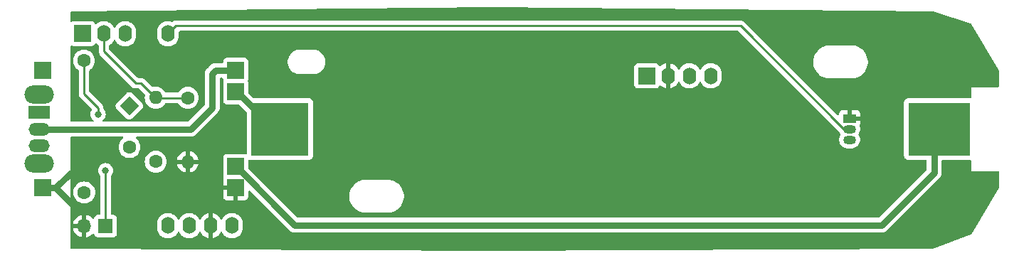
<source format=gbr>
%TF.GenerationSoftware,KiCad,Pcbnew,8.0.1*%
%TF.CreationDate,2024-06-06T13:27:33-04:00*%
%TF.ProjectId,PillPCB,50696c6c-5043-4422-9e6b-696361645f70,rev?*%
%TF.SameCoordinates,Original*%
%TF.FileFunction,Copper,L1,Top*%
%TF.FilePolarity,Positive*%
%FSLAX46Y46*%
G04 Gerber Fmt 4.6, Leading zero omitted, Abs format (unit mm)*
G04 Created by KiCad (PCBNEW 8.0.1) date 2024-06-06 13:27:33*
%MOMM*%
%LPD*%
G01*
G04 APERTURE LIST*
G04 Aperture macros list*
%AMHorizOval*
0 Thick line with rounded ends*
0 $1 width*
0 $2 $3 position (X,Y) of the first rounded end (center of the circle)*
0 $4 $5 position (X,Y) of the second rounded end (center of the circle)*
0 Add line between two ends*
20,1,$1,$2,$3,$4,$5,0*
0 Add two circle primitives to create the rounded ends*
1,1,$1,$2,$3*
1,1,$1,$4,$5*%
%AMRotRect*
0 Rectangle, with rotation*
0 The origin of the aperture is its center*
0 $1 length*
0 $2 width*
0 $3 Rotation angle, in degrees counterclockwise*
0 Add horizontal line*
21,1,$1,$2,0,0,$3*%
G04 Aperture macros list end*
%TA.AperFunction,SMDPad,CuDef*%
%ADD10R,6.885000X6.350000*%
%TD*%
%TA.AperFunction,SMDPad,CuDef*%
%ADD11R,7.340000X6.350000*%
%TD*%
%TA.AperFunction,ComponentPad*%
%ADD12R,1.700000X1.700000*%
%TD*%
%TA.AperFunction,ComponentPad*%
%ADD13O,1.700000X1.700000*%
%TD*%
%TA.AperFunction,ComponentPad*%
%ADD14O,3.500000X2.200000*%
%TD*%
%TA.AperFunction,ComponentPad*%
%ADD15R,2.500000X1.500000*%
%TD*%
%TA.AperFunction,ComponentPad*%
%ADD16O,2.500000X1.500000*%
%TD*%
%TA.AperFunction,ComponentPad*%
%ADD17C,1.600000*%
%TD*%
%TA.AperFunction,ComponentPad*%
%ADD18O,1.600000X1.600000*%
%TD*%
%TA.AperFunction,ComponentPad*%
%ADD19HorizOval,1.600000X0.000000X0.000000X0.000000X0.000000X0*%
%TD*%
%TA.AperFunction,ComponentPad*%
%ADD20R,2.000000X2.000000*%
%TD*%
%TA.AperFunction,ComponentPad*%
%ADD21RotRect,1.600000X1.600000X135.000000*%
%TD*%
%TA.AperFunction,ComponentPad*%
%ADD22HorizOval,1.600000X0.000000X0.000000X0.000000X0.000000X0*%
%TD*%
%TA.AperFunction,ComponentPad*%
%ADD23R,1.500000X1.050000*%
%TD*%
%TA.AperFunction,ComponentPad*%
%ADD24O,1.500000X1.050000*%
%TD*%
%TA.AperFunction,ComponentPad*%
%ADD25O,1.600000X2.000000*%
%TD*%
%TA.AperFunction,ViaPad*%
%ADD26C,0.800000*%
%TD*%
%TA.AperFunction,Conductor*%
%ADD27C,0.750000*%
%TD*%
%TA.AperFunction,Conductor*%
%ADD28C,0.250000*%
%TD*%
G04 APERTURE END LIST*
D10*
%TO.P,BAT1,1,+*%
%TO.N,Net-(BAT1-+)*%
X85897500Y-94615000D03*
D11*
%TO.P,BAT1,2,-*%
%TO.N,Net-(BAT1--)*%
X164330000Y-94615000D03*
%TD*%
D12*
%TO.P,J1,1,Pin_1*%
%TO.N,Net-(D1-A)*%
X65151000Y-106172000D03*
D13*
%TO.P,J1,2,Pin_2*%
%TO.N,GND*%
X62611000Y-106172000D03*
%TD*%
D14*
%TO.P,SW1,*%
%TO.N,*%
X57245000Y-90515000D03*
X57245000Y-98715000D03*
D15*
%TO.P,SW1,1,A*%
%TO.N,unconnected-(SW1-A-Pad1)*%
X57245000Y-92615000D03*
D16*
%TO.P,SW1,2,B*%
%TO.N,Net-(SW1-B)*%
X57245000Y-94615000D03*
%TO.P,SW1,3,C*%
%TO.N,VCC*%
X57245000Y-96615000D03*
%TD*%
D17*
%TO.P,R3,1*%
%TO.N,Net-(U1-A0)*%
X74930000Y-90900000D03*
D18*
%TO.P,R3,2*%
%TO.N,GND*%
X74930000Y-98520000D03*
%TD*%
D17*
%TO.P,R2,1*%
%TO.N,VCC*%
X71120000Y-98500000D03*
D18*
%TO.P,R2,2*%
%TO.N,Net-(U1-A0)*%
X71120000Y-90880000D03*
%TD*%
D17*
%TO.P,R1,1*%
%TO.N,VCC*%
X62613371Y-102162154D03*
D19*
%TO.P,R1,2*%
%TO.N,Net-(U1-MISO{slash}D6)*%
X68001525Y-96774000D03*
%TD*%
D20*
%TO.P,U2,1,+IN*%
%TO.N,unconnected-(U2-+IN-Pad1)*%
X57645000Y-87630000D03*
%TO.P,U2,2,-IN*%
%TO.N,GND*%
X57645000Y-101630000D03*
%TO.P,U2,3,OUT+*%
%TO.N,Net-(SW1-B)*%
X80645000Y-87630000D03*
%TO.P,U2,4,OUT-*%
%TO.N,GND*%
X80645000Y-101630000D03*
%TO.P,U2,5,B+*%
%TO.N,Net-(BAT1-+)*%
X80645000Y-90170000D03*
%TO.P,U2,6,B-*%
%TO.N,Net-(BAT1--)*%
X80645000Y-99090000D03*
%TD*%
D21*
%TO.P,D1,1,K*%
%TO.N,Net-(D1-K)*%
X67972077Y-91848077D03*
D22*
%TO.P,D1,2,A*%
%TO.N,Net-(D1-A)*%
X62583923Y-86459923D03*
%TD*%
D23*
%TO.P,U4,1,GND*%
%TO.N,GND*%
X153670000Y-93350000D03*
D24*
%TO.P,U4,2,DQ*%
%TO.N,Net-(U1-MISO{slash}D6)*%
X153670000Y-94620000D03*
%TO.P,U4,3,V_{DD}*%
%TO.N,VCC*%
X153670000Y-95890000D03*
%TD*%
D20*
%TO.P,U1,1,~{RST}*%
%TO.N,Net-(D1-A)*%
X62420000Y-83260000D03*
D25*
%TO.P,U1,2,A0*%
%TO.N,Net-(U1-A0)*%
X64960000Y-83260000D03*
%TO.P,U1,3,D0*%
%TO.N,Net-(D1-K)*%
X67500000Y-83260000D03*
%TO.P,U1,5,MISO/D6*%
%TO.N,Net-(U1-MISO{slash}D6)*%
X72580000Y-83260000D03*
%TO.P,U1,9,5V*%
%TO.N,VCC*%
X80200000Y-106120000D03*
%TO.P,U1,10,GND*%
%TO.N,GND*%
X77660000Y-106120000D03*
%TO.P,U1,11,D4*%
%TO.N,Net-(U1-D4)*%
X75120000Y-106120000D03*
%TO.P,U1,12,D3*%
%TO.N,Net-(U1-D3)*%
X72580000Y-106120000D03*
%TD*%
D20*
%TO.P,U3,1,VCC*%
%TO.N,VCC*%
X129540000Y-88265000D03*
D25*
%TO.P,U3,2,GND*%
%TO.N,GND*%
X132080000Y-88265000D03*
%TO.P,U3,3,SCL*%
%TO.N,Net-(U1-D4)*%
X134620000Y-88265000D03*
%TO.P,U3,4,SDA*%
%TO.N,Net-(U1-D3)*%
X137160000Y-88265000D03*
%TD*%
D26*
%TO.N,Net-(D1-A)*%
X65151000Y-99568000D03*
X64262000Y-92837000D03*
%TO.N,GND*%
X153035000Y-104140000D03*
X153035000Y-107696000D03*
X106680000Y-104140000D03*
X121920000Y-107823000D03*
X92710000Y-107823000D03*
X106680000Y-107823000D03*
X85344000Y-101092000D03*
X92710000Y-104140000D03*
X121920000Y-104140000D03*
X82804000Y-103632000D03*
%TD*%
D27*
%TO.N,Net-(SW1-B)*%
X77851000Y-92075000D02*
X75296828Y-94629172D01*
X77851000Y-88011000D02*
X77851000Y-92075000D01*
X78232000Y-87630000D02*
X77851000Y-88011000D01*
X75296828Y-94629172D02*
X57259172Y-94629172D01*
X80645000Y-87630000D02*
X78232000Y-87630000D01*
X57259172Y-94629172D02*
X57245000Y-94615000D01*
%TO.N,GND*%
X57645000Y-101630000D02*
X59212000Y-101630000D01*
%TO.N,Net-(BAT1-+)*%
X80772000Y-90170000D02*
X85217000Y-94615000D01*
%TO.N,Net-(BAT1--)*%
X163730000Y-99795000D02*
X163730000Y-94615000D01*
X80693597Y-99090000D02*
X87648597Y-106045000D01*
X87648597Y-106045000D02*
X157480000Y-106045000D01*
X80264000Y-99090000D02*
X80693597Y-99090000D01*
X157480000Y-106045000D02*
X163730000Y-99795000D01*
D28*
%TO.N,Net-(D1-A)*%
X64262000Y-92075000D02*
X62583923Y-90396923D01*
X64262000Y-92837000D02*
X64262000Y-92075000D01*
X62583923Y-90396923D02*
X62583923Y-86459923D01*
X65151000Y-99568000D02*
X65151000Y-106172000D01*
X62420000Y-83400000D02*
X62420000Y-83260000D01*
X62420000Y-83260000D02*
X62230000Y-83450000D01*
D27*
%TO.N,GND*%
X61214000Y-103632000D02*
X59212000Y-101630000D01*
X59212000Y-101630000D02*
X61020000Y-99822000D01*
X61020000Y-99822000D02*
X61468000Y-99822000D01*
D28*
%TO.N,Net-(U1-MISO{slash}D6)*%
X72580000Y-83260000D02*
X73544000Y-82296000D01*
X140691000Y-82296000D02*
X153015000Y-94620000D01*
X153015000Y-94620000D02*
X153670000Y-94620000D01*
X73544000Y-82296000D02*
X140691000Y-82296000D01*
%TO.N,Net-(U1-A0)*%
X71140000Y-90900000D02*
X69394000Y-89154000D01*
X69394000Y-89154000D02*
X68746500Y-89154000D01*
X74930000Y-90900000D02*
X71140000Y-90900000D01*
X64960000Y-85367500D02*
X64960000Y-83260000D01*
X68746500Y-89154000D02*
X64960000Y-85367500D01*
%TD*%
%TA.AperFunction,Conductor*%
%TO.N,GND*%
G36*
X79087540Y-88525185D02*
G01*
X79133295Y-88577989D01*
X79144501Y-88629500D01*
X79144501Y-88677876D01*
X79150908Y-88737483D01*
X79195361Y-88856667D01*
X79200345Y-88926359D01*
X79195361Y-88943333D01*
X79150908Y-89062517D01*
X79144501Y-89122116D01*
X79144501Y-89122123D01*
X79144500Y-89122135D01*
X79144500Y-91217870D01*
X79144501Y-91217876D01*
X79150908Y-91277483D01*
X79201202Y-91412328D01*
X79201206Y-91412335D01*
X79287452Y-91527544D01*
X79287455Y-91527547D01*
X79402664Y-91613793D01*
X79402671Y-91613797D01*
X79537517Y-91664091D01*
X79537516Y-91664091D01*
X79544444Y-91664835D01*
X79597127Y-91670500D01*
X80982993Y-91670499D01*
X81050032Y-91690184D01*
X81070674Y-91706818D01*
X81918181Y-92554325D01*
X81951666Y-92615648D01*
X81954500Y-92642006D01*
X81954500Y-97492663D01*
X81934815Y-97559702D01*
X81882011Y-97605457D01*
X81812853Y-97615401D01*
X81787167Y-97608845D01*
X81752482Y-97595908D01*
X81752483Y-97595908D01*
X81692883Y-97589501D01*
X81692881Y-97589500D01*
X81692873Y-97589500D01*
X81692864Y-97589500D01*
X79597129Y-97589500D01*
X79597123Y-97589501D01*
X79537516Y-97595908D01*
X79402671Y-97646202D01*
X79402664Y-97646206D01*
X79287455Y-97732452D01*
X79287452Y-97732455D01*
X79201206Y-97847664D01*
X79201202Y-97847671D01*
X79150908Y-97982517D01*
X79144501Y-98042116D01*
X79144500Y-98042135D01*
X79144500Y-100137870D01*
X79144501Y-100137876D01*
X79150908Y-100197483D01*
X79195628Y-100317380D01*
X79200612Y-100387071D01*
X79195628Y-100404046D01*
X79151403Y-100522619D01*
X79151401Y-100522627D01*
X79145000Y-100582155D01*
X79145000Y-101380000D01*
X80211988Y-101380000D01*
X80179075Y-101437007D01*
X80145000Y-101564174D01*
X80145000Y-101695826D01*
X80179075Y-101822993D01*
X80211988Y-101880000D01*
X79145000Y-101880000D01*
X79145000Y-102677844D01*
X79151401Y-102737372D01*
X79151403Y-102737379D01*
X79201645Y-102872086D01*
X79201649Y-102872093D01*
X79287809Y-102987187D01*
X79287812Y-102987190D01*
X79402906Y-103073350D01*
X79402913Y-103073354D01*
X79537620Y-103123596D01*
X79537627Y-103123598D01*
X79597155Y-103129999D01*
X79597172Y-103130000D01*
X80395000Y-103130000D01*
X80395000Y-102063012D01*
X80452007Y-102095925D01*
X80579174Y-102130000D01*
X80710826Y-102130000D01*
X80837993Y-102095925D01*
X80895000Y-102063012D01*
X80895000Y-103130000D01*
X81692828Y-103130000D01*
X81692844Y-103129999D01*
X81752372Y-103123598D01*
X81752379Y-103123596D01*
X81887086Y-103073354D01*
X81887093Y-103073350D01*
X82002187Y-102987190D01*
X82002190Y-102987187D01*
X82088350Y-102872093D01*
X82088354Y-102872086D01*
X82138596Y-102737379D01*
X82138598Y-102737372D01*
X82144999Y-102677844D01*
X82145000Y-102677827D01*
X82145000Y-102078909D01*
X82164685Y-102011870D01*
X82217489Y-101966115D01*
X82286647Y-101956171D01*
X82350203Y-101985196D01*
X82356681Y-101991228D01*
X86968552Y-106603099D01*
X87037453Y-106672000D01*
X87090499Y-106725046D01*
X87233885Y-106820854D01*
X87233898Y-106820861D01*
X87337720Y-106863865D01*
X87393223Y-106886855D01*
X87562363Y-106920499D01*
X87562366Y-106920500D01*
X87562368Y-106920500D01*
X157566231Y-106920500D01*
X157566232Y-106920499D01*
X157735374Y-106886855D01*
X157894705Y-106820858D01*
X158038099Y-106725045D01*
X164410045Y-100353099D01*
X164505858Y-100209705D01*
X164571855Y-100050374D01*
X164605500Y-99881229D01*
X164605500Y-99708771D01*
X164605500Y-98414499D01*
X164625185Y-98347460D01*
X164677989Y-98301705D01*
X164729500Y-98290499D01*
X168026000Y-98290499D01*
X168093039Y-98310184D01*
X168138794Y-98362988D01*
X168150000Y-98414499D01*
X168150000Y-99615000D01*
X171326000Y-99615000D01*
X171393039Y-99634685D01*
X171438794Y-99687489D01*
X171450000Y-99739000D01*
X171450000Y-101566118D01*
X171432772Y-101629172D01*
X168172508Y-107149885D01*
X168121468Y-107197601D01*
X168108443Y-107203245D01*
X163596388Y-108858520D01*
X163554281Y-108866105D01*
X111125597Y-109119997D01*
X111124399Y-109119997D01*
X61083402Y-108878834D01*
X61016459Y-108858826D01*
X60970959Y-108805802D01*
X60960000Y-108754835D01*
X60960000Y-106422000D01*
X61280364Y-106422000D01*
X61337567Y-106635486D01*
X61337570Y-106635492D01*
X61437399Y-106849578D01*
X61572894Y-107043082D01*
X61739917Y-107210105D01*
X61933421Y-107345600D01*
X62147507Y-107445429D01*
X62147516Y-107445433D01*
X62361000Y-107502634D01*
X62361000Y-106605012D01*
X62418007Y-106637925D01*
X62545174Y-106672000D01*
X62676826Y-106672000D01*
X62803993Y-106637925D01*
X62861000Y-106605012D01*
X62861000Y-107502633D01*
X63074483Y-107445433D01*
X63074492Y-107445429D01*
X63288578Y-107345600D01*
X63482078Y-107210108D01*
X63604133Y-107088053D01*
X63665456Y-107054568D01*
X63735148Y-107059552D01*
X63791082Y-107101423D01*
X63807997Y-107132401D01*
X63857202Y-107264328D01*
X63857206Y-107264335D01*
X63943452Y-107379544D01*
X63943455Y-107379547D01*
X64058664Y-107465793D01*
X64058671Y-107465797D01*
X64193517Y-107516091D01*
X64193516Y-107516091D01*
X64200444Y-107516835D01*
X64253127Y-107522500D01*
X66048872Y-107522499D01*
X66108483Y-107516091D01*
X66243331Y-107465796D01*
X66358546Y-107379546D01*
X66444796Y-107264331D01*
X66495091Y-107129483D01*
X66501500Y-107069873D01*
X66501500Y-106422351D01*
X71279500Y-106422351D01*
X71311522Y-106624534D01*
X71374781Y-106819223D01*
X71467715Y-107001613D01*
X71588028Y-107167213D01*
X71732786Y-107311971D01*
X71887749Y-107424556D01*
X71898390Y-107432287D01*
X72014607Y-107491503D01*
X72080776Y-107525218D01*
X72080778Y-107525218D01*
X72080781Y-107525220D01*
X72185137Y-107559127D01*
X72275465Y-107588477D01*
X72376557Y-107604488D01*
X72477648Y-107620500D01*
X72477649Y-107620500D01*
X72682351Y-107620500D01*
X72682352Y-107620500D01*
X72884534Y-107588477D01*
X73079219Y-107525220D01*
X73261610Y-107432287D01*
X73354590Y-107364732D01*
X73427213Y-107311971D01*
X73427215Y-107311968D01*
X73427219Y-107311966D01*
X73571966Y-107167219D01*
X73571968Y-107167215D01*
X73571971Y-107167213D01*
X73692284Y-107001614D01*
X73692286Y-107001611D01*
X73692287Y-107001610D01*
X73739516Y-106908917D01*
X73787489Y-106858123D01*
X73855310Y-106841328D01*
X73921445Y-106863865D01*
X73960483Y-106908917D01*
X74004348Y-106995006D01*
X74007715Y-107001614D01*
X74128028Y-107167213D01*
X74272786Y-107311971D01*
X74427749Y-107424556D01*
X74438390Y-107432287D01*
X74554607Y-107491503D01*
X74620776Y-107525218D01*
X74620778Y-107525218D01*
X74620781Y-107525220D01*
X74725137Y-107559127D01*
X74815465Y-107588477D01*
X74916557Y-107604488D01*
X75017648Y-107620500D01*
X75017649Y-107620500D01*
X75222351Y-107620500D01*
X75222352Y-107620500D01*
X75424534Y-107588477D01*
X75619219Y-107525220D01*
X75801610Y-107432287D01*
X75894590Y-107364732D01*
X75967213Y-107311971D01*
X75967215Y-107311968D01*
X75967219Y-107311966D01*
X76111966Y-107167219D01*
X76111968Y-107167215D01*
X76111971Y-107167213D01*
X76232284Y-107001614D01*
X76232286Y-107001611D01*
X76232287Y-107001610D01*
X76279795Y-106908369D01*
X76327770Y-106857574D01*
X76395591Y-106840779D01*
X76461725Y-106863316D01*
X76500765Y-106908370D01*
X76548140Y-107001349D01*
X76668417Y-107166894D01*
X76668417Y-107166895D01*
X76813104Y-107311582D01*
X76978650Y-107431859D01*
X77160968Y-107524754D01*
X77355578Y-107587988D01*
X77410000Y-107596607D01*
X77410000Y-106553012D01*
X77467007Y-106585925D01*
X77594174Y-106620000D01*
X77725826Y-106620000D01*
X77852993Y-106585925D01*
X77910000Y-106553012D01*
X77910000Y-107596606D01*
X77964421Y-107587988D01*
X78159031Y-107524754D01*
X78341349Y-107431859D01*
X78506894Y-107311582D01*
X78506895Y-107311582D01*
X78651582Y-107166895D01*
X78651582Y-107166894D01*
X78771861Y-107001347D01*
X78819234Y-106908371D01*
X78867208Y-106857575D01*
X78935028Y-106840779D01*
X79001164Y-106863316D01*
X79040203Y-106908369D01*
X79087713Y-107001611D01*
X79208028Y-107167213D01*
X79352786Y-107311971D01*
X79507749Y-107424556D01*
X79518390Y-107432287D01*
X79634607Y-107491503D01*
X79700776Y-107525218D01*
X79700778Y-107525218D01*
X79700781Y-107525220D01*
X79805137Y-107559127D01*
X79895465Y-107588477D01*
X79996557Y-107604488D01*
X80097648Y-107620500D01*
X80097649Y-107620500D01*
X80302351Y-107620500D01*
X80302352Y-107620500D01*
X80504534Y-107588477D01*
X80699219Y-107525220D01*
X80881610Y-107432287D01*
X80974590Y-107364732D01*
X81047213Y-107311971D01*
X81047215Y-107311968D01*
X81047219Y-107311966D01*
X81191966Y-107167219D01*
X81191968Y-107167215D01*
X81191971Y-107167213D01*
X81282156Y-107043082D01*
X81312287Y-107001610D01*
X81405220Y-106819219D01*
X81468477Y-106624534D01*
X81500500Y-106422352D01*
X81500500Y-105817648D01*
X81485018Y-105719901D01*
X81468477Y-105615465D01*
X81405218Y-105420776D01*
X81359515Y-105331080D01*
X81312287Y-105238390D01*
X81304556Y-105227749D01*
X81191971Y-105072786D01*
X81047213Y-104928028D01*
X80881613Y-104807715D01*
X80881612Y-104807714D01*
X80881610Y-104807713D01*
X80824653Y-104778691D01*
X80699223Y-104714781D01*
X80504534Y-104651522D01*
X80329995Y-104623878D01*
X80302352Y-104619500D01*
X80097648Y-104619500D01*
X80073329Y-104623351D01*
X79895465Y-104651522D01*
X79700776Y-104714781D01*
X79518386Y-104807715D01*
X79352786Y-104928028D01*
X79208028Y-105072786D01*
X79087713Y-105238388D01*
X79040203Y-105331630D01*
X78992228Y-105382426D01*
X78924407Y-105399220D01*
X78858272Y-105376682D01*
X78819234Y-105331628D01*
X78771861Y-105238652D01*
X78651582Y-105073105D01*
X78651582Y-105073104D01*
X78506895Y-104928417D01*
X78341349Y-104808140D01*
X78159029Y-104715244D01*
X77964413Y-104652009D01*
X77910000Y-104643390D01*
X77910000Y-105686988D01*
X77852993Y-105654075D01*
X77725826Y-105620000D01*
X77594174Y-105620000D01*
X77467007Y-105654075D01*
X77410000Y-105686988D01*
X77410000Y-104643390D01*
X77355586Y-104652009D01*
X77160970Y-104715244D01*
X76978650Y-104808140D01*
X76813105Y-104928417D01*
X76813104Y-104928417D01*
X76668417Y-105073104D01*
X76668417Y-105073105D01*
X76548140Y-105238650D01*
X76500765Y-105331629D01*
X76452790Y-105382425D01*
X76384969Y-105399220D01*
X76318834Y-105376682D01*
X76279795Y-105331629D01*
X76264148Y-105300920D01*
X76232287Y-105238390D01*
X76224556Y-105227749D01*
X76111971Y-105072786D01*
X75967213Y-104928028D01*
X75801613Y-104807715D01*
X75801612Y-104807714D01*
X75801610Y-104807713D01*
X75744653Y-104778691D01*
X75619223Y-104714781D01*
X75424534Y-104651522D01*
X75249995Y-104623878D01*
X75222352Y-104619500D01*
X75017648Y-104619500D01*
X74993329Y-104623351D01*
X74815465Y-104651522D01*
X74620776Y-104714781D01*
X74438386Y-104807715D01*
X74272786Y-104928028D01*
X74128028Y-105072786D01*
X74007715Y-105238386D01*
X73960485Y-105331080D01*
X73912510Y-105381876D01*
X73844689Y-105398671D01*
X73778554Y-105376134D01*
X73739515Y-105331080D01*
X73738883Y-105329840D01*
X73692287Y-105238390D01*
X73684556Y-105227749D01*
X73571971Y-105072786D01*
X73427213Y-104928028D01*
X73261613Y-104807715D01*
X73261612Y-104807714D01*
X73261610Y-104807713D01*
X73204653Y-104778691D01*
X73079223Y-104714781D01*
X72884534Y-104651522D01*
X72709995Y-104623878D01*
X72682352Y-104619500D01*
X72477648Y-104619500D01*
X72453329Y-104623351D01*
X72275465Y-104651522D01*
X72080776Y-104714781D01*
X71898386Y-104807715D01*
X71732786Y-104928028D01*
X71588028Y-105072786D01*
X71467715Y-105238386D01*
X71374781Y-105420776D01*
X71311522Y-105615465D01*
X71279500Y-105817648D01*
X71279500Y-106422351D01*
X66501500Y-106422351D01*
X66501499Y-105274128D01*
X66495091Y-105214517D01*
X66494002Y-105211598D01*
X66444797Y-105079671D01*
X66444793Y-105079664D01*
X66358547Y-104964455D01*
X66358544Y-104964452D01*
X66243335Y-104878206D01*
X66243328Y-104878202D01*
X66108482Y-104827908D01*
X66108483Y-104827908D01*
X66048883Y-104821501D01*
X66048881Y-104821500D01*
X66048873Y-104821500D01*
X66048865Y-104821500D01*
X65900500Y-104821500D01*
X65833461Y-104801815D01*
X65787706Y-104749011D01*
X65776500Y-104697500D01*
X65776500Y-100266687D01*
X65796185Y-100199648D01*
X65808350Y-100183715D01*
X65849623Y-100137876D01*
X65883533Y-100100216D01*
X65978179Y-99936284D01*
X66036674Y-99756256D01*
X66056460Y-99568000D01*
X66036674Y-99379744D01*
X65978179Y-99199716D01*
X65883533Y-99035784D01*
X65756871Y-98895112D01*
X65681126Y-98840080D01*
X65603734Y-98783851D01*
X65603729Y-98783848D01*
X65430807Y-98706857D01*
X65430802Y-98706855D01*
X65278080Y-98674394D01*
X65245646Y-98667500D01*
X65056354Y-98667500D01*
X65023920Y-98674394D01*
X64871197Y-98706855D01*
X64871192Y-98706857D01*
X64698270Y-98783848D01*
X64698265Y-98783851D01*
X64545129Y-98895111D01*
X64418466Y-99035785D01*
X64323821Y-99199715D01*
X64323818Y-99199722D01*
X64265327Y-99379740D01*
X64265326Y-99379744D01*
X64245540Y-99568000D01*
X64265326Y-99756256D01*
X64265327Y-99756259D01*
X64323818Y-99936277D01*
X64323821Y-99936284D01*
X64418467Y-100100216D01*
X64452371Y-100137870D01*
X64493650Y-100183715D01*
X64523880Y-100246706D01*
X64525500Y-100266687D01*
X64525500Y-104697500D01*
X64505815Y-104764539D01*
X64453011Y-104810294D01*
X64401501Y-104821500D01*
X64253130Y-104821500D01*
X64253123Y-104821501D01*
X64193516Y-104827908D01*
X64058671Y-104878202D01*
X64058664Y-104878206D01*
X63943455Y-104964452D01*
X63943452Y-104964455D01*
X63857206Y-105079664D01*
X63857202Y-105079671D01*
X63807997Y-105211598D01*
X63766126Y-105267532D01*
X63700661Y-105291949D01*
X63632388Y-105277097D01*
X63604134Y-105255946D01*
X63482082Y-105133894D01*
X63288578Y-104998399D01*
X63074492Y-104898570D01*
X63074486Y-104898567D01*
X62861000Y-104841364D01*
X62861000Y-105738988D01*
X62803993Y-105706075D01*
X62676826Y-105672000D01*
X62545174Y-105672000D01*
X62418007Y-105706075D01*
X62361000Y-105738988D01*
X62361000Y-104841364D01*
X62360999Y-104841364D01*
X62147513Y-104898567D01*
X62147507Y-104898570D01*
X61933422Y-104998399D01*
X61933420Y-104998400D01*
X61739926Y-105133886D01*
X61739920Y-105133891D01*
X61572891Y-105300920D01*
X61572886Y-105300926D01*
X61437400Y-105494420D01*
X61437399Y-105494422D01*
X61337570Y-105708507D01*
X61337567Y-105708513D01*
X61280364Y-105921999D01*
X61280364Y-105922000D01*
X62177988Y-105922000D01*
X62145075Y-105979007D01*
X62111000Y-106106174D01*
X62111000Y-106237826D01*
X62145075Y-106364993D01*
X62177988Y-106422000D01*
X61280364Y-106422000D01*
X60960000Y-106422000D01*
X60960000Y-102162155D01*
X61307903Y-102162155D01*
X61327735Y-102388840D01*
X61327737Y-102388851D01*
X61386629Y-102608642D01*
X61386632Y-102608651D01*
X61482802Y-102814886D01*
X61482803Y-102814888D01*
X61613325Y-103001295D01*
X61774229Y-103162199D01*
X61774232Y-103162201D01*
X61960637Y-103292722D01*
X62166875Y-103388893D01*
X62386679Y-103447789D01*
X62548601Y-103461955D01*
X62613369Y-103467622D01*
X62613371Y-103467622D01*
X62613373Y-103467622D01*
X62670044Y-103462663D01*
X62840063Y-103447789D01*
X63059867Y-103388893D01*
X63266105Y-103292722D01*
X63452510Y-103162201D01*
X63613418Y-103001293D01*
X63743939Y-102814888D01*
X63840110Y-102608650D01*
X63899006Y-102388846D01*
X63918839Y-102162154D01*
X63899006Y-101935462D01*
X63840110Y-101715658D01*
X63743939Y-101509420D01*
X63613418Y-101323015D01*
X63613416Y-101323012D01*
X63452512Y-101162108D01*
X63266105Y-101031586D01*
X63266103Y-101031585D01*
X63059868Y-100935415D01*
X63059859Y-100935412D01*
X62840068Y-100876520D01*
X62840064Y-100876519D01*
X62840063Y-100876519D01*
X62840062Y-100876518D01*
X62840057Y-100876518D01*
X62613373Y-100856686D01*
X62613369Y-100856686D01*
X62386684Y-100876518D01*
X62386673Y-100876520D01*
X62166882Y-100935412D01*
X62166873Y-100935415D01*
X61960638Y-101031585D01*
X61960636Y-101031586D01*
X61774229Y-101162108D01*
X61613325Y-101323012D01*
X61482803Y-101509419D01*
X61482802Y-101509421D01*
X61386632Y-101715656D01*
X61386629Y-101715665D01*
X61327737Y-101935456D01*
X61327735Y-101935467D01*
X61307903Y-102162152D01*
X61307903Y-102162155D01*
X60960000Y-102162155D01*
X60960000Y-98500001D01*
X69814532Y-98500001D01*
X69834364Y-98726686D01*
X69834366Y-98726697D01*
X69893258Y-98946488D01*
X69893261Y-98946497D01*
X69989431Y-99152732D01*
X69989432Y-99152734D01*
X70119954Y-99339141D01*
X70280858Y-99500045D01*
X70280861Y-99500047D01*
X70467266Y-99630568D01*
X70673504Y-99726739D01*
X70893308Y-99785635D01*
X71055230Y-99799801D01*
X71119998Y-99805468D01*
X71120000Y-99805468D01*
X71120002Y-99805468D01*
X71176673Y-99800509D01*
X71346692Y-99785635D01*
X71566496Y-99726739D01*
X71772734Y-99630568D01*
X71959139Y-99500047D01*
X72120047Y-99339139D01*
X72250568Y-99152734D01*
X72346739Y-98946496D01*
X72405635Y-98726692D01*
X72425468Y-98500000D01*
X72405635Y-98273308D01*
X72404748Y-98269999D01*
X73651127Y-98269999D01*
X73651128Y-98270000D01*
X74614314Y-98270000D01*
X74609920Y-98274394D01*
X74557259Y-98365606D01*
X74530000Y-98467339D01*
X74530000Y-98572661D01*
X74557259Y-98674394D01*
X74609920Y-98765606D01*
X74614314Y-98770000D01*
X73651128Y-98770000D01*
X73703730Y-98966317D01*
X73703734Y-98966326D01*
X73799865Y-99172482D01*
X73930342Y-99358820D01*
X74091179Y-99519657D01*
X74277517Y-99650134D01*
X74483673Y-99746265D01*
X74483682Y-99746269D01*
X74679999Y-99798872D01*
X74680000Y-99798871D01*
X74680000Y-98835686D01*
X74684394Y-98840080D01*
X74775606Y-98892741D01*
X74877339Y-98920000D01*
X74982661Y-98920000D01*
X75084394Y-98892741D01*
X75175606Y-98840080D01*
X75180000Y-98835686D01*
X75180000Y-99798872D01*
X75376317Y-99746269D01*
X75376326Y-99746265D01*
X75582482Y-99650134D01*
X75768820Y-99519657D01*
X75929657Y-99358820D01*
X76060134Y-99172482D01*
X76156265Y-98966326D01*
X76156269Y-98966317D01*
X76208872Y-98770000D01*
X75245686Y-98770000D01*
X75250080Y-98765606D01*
X75302741Y-98674394D01*
X75330000Y-98572661D01*
X75330000Y-98467339D01*
X75302741Y-98365606D01*
X75250080Y-98274394D01*
X75245686Y-98270000D01*
X76208872Y-98270000D01*
X76208872Y-98269999D01*
X76156269Y-98073682D01*
X76156265Y-98073673D01*
X76060134Y-97867517D01*
X75929657Y-97681179D01*
X75768820Y-97520342D01*
X75582482Y-97389865D01*
X75376328Y-97293734D01*
X75180000Y-97241127D01*
X75180000Y-98204314D01*
X75175606Y-98199920D01*
X75084394Y-98147259D01*
X74982661Y-98120000D01*
X74877339Y-98120000D01*
X74775606Y-98147259D01*
X74684394Y-98199920D01*
X74680000Y-98204314D01*
X74680000Y-97241127D01*
X74483671Y-97293734D01*
X74277517Y-97389865D01*
X74091179Y-97520342D01*
X73930342Y-97681179D01*
X73799865Y-97867517D01*
X73703734Y-98073673D01*
X73703730Y-98073682D01*
X73651127Y-98269999D01*
X72404748Y-98269999D01*
X72346739Y-98053504D01*
X72250568Y-97847266D01*
X72120047Y-97660861D01*
X72120045Y-97660858D01*
X71959141Y-97499954D01*
X71772734Y-97369432D01*
X71772732Y-97369431D01*
X71566497Y-97273261D01*
X71566488Y-97273258D01*
X71346697Y-97214366D01*
X71346693Y-97214365D01*
X71346692Y-97214365D01*
X71346691Y-97214364D01*
X71346686Y-97214364D01*
X71120002Y-97194532D01*
X71119998Y-97194532D01*
X70893313Y-97214364D01*
X70893302Y-97214366D01*
X70673511Y-97273258D01*
X70673502Y-97273261D01*
X70467267Y-97369431D01*
X70467265Y-97369432D01*
X70280858Y-97499954D01*
X70119954Y-97660858D01*
X69989432Y-97847265D01*
X69989431Y-97847267D01*
X69893261Y-98053502D01*
X69893258Y-98053511D01*
X69834366Y-98273302D01*
X69834364Y-98273313D01*
X69814532Y-98499998D01*
X69814532Y-98500001D01*
X60960000Y-98500001D01*
X60960000Y-95628672D01*
X60979685Y-95561633D01*
X61032489Y-95515878D01*
X61084000Y-95504672D01*
X67153682Y-95504672D01*
X67220721Y-95524357D01*
X67266476Y-95577161D01*
X67276420Y-95646319D01*
X67247395Y-95709875D01*
X67224805Y-95730247D01*
X67162383Y-95773954D01*
X67001479Y-95934858D01*
X66870957Y-96121265D01*
X66870956Y-96121267D01*
X66774786Y-96327502D01*
X66774783Y-96327511D01*
X66715891Y-96547302D01*
X66715889Y-96547313D01*
X66696057Y-96773998D01*
X66696057Y-96774001D01*
X66715889Y-97000686D01*
X66715891Y-97000697D01*
X66774783Y-97220488D01*
X66774786Y-97220497D01*
X66870956Y-97426732D01*
X66870957Y-97426734D01*
X67001479Y-97613141D01*
X67162383Y-97774045D01*
X67162386Y-97774047D01*
X67348791Y-97904568D01*
X67555029Y-98000739D01*
X67774833Y-98059635D01*
X67935288Y-98073673D01*
X68001523Y-98079468D01*
X68001525Y-98079468D01*
X68001527Y-98079468D01*
X68067762Y-98073673D01*
X68228217Y-98059635D01*
X68448021Y-98000739D01*
X68654259Y-97904568D01*
X68840664Y-97774047D01*
X69001572Y-97613139D01*
X69132093Y-97426734D01*
X69228264Y-97220496D01*
X69287160Y-97000692D01*
X69306993Y-96774000D01*
X69287160Y-96547308D01*
X69228264Y-96327504D01*
X69132093Y-96121266D01*
X69001572Y-95934861D01*
X69001570Y-95934858D01*
X68840666Y-95773954D01*
X68778245Y-95730247D01*
X68734620Y-95675671D01*
X68727426Y-95606172D01*
X68758948Y-95543817D01*
X68819178Y-95508403D01*
X68849368Y-95504672D01*
X75383059Y-95504672D01*
X75383060Y-95504671D01*
X75552202Y-95471027D01*
X75711533Y-95405030D01*
X75854927Y-95309217D01*
X78531045Y-92633099D01*
X78533576Y-92629311D01*
X78626858Y-92489705D01*
X78692855Y-92330374D01*
X78726500Y-92161229D01*
X78726500Y-88629500D01*
X78746185Y-88562461D01*
X78798989Y-88516706D01*
X78850500Y-88505500D01*
X79020501Y-88505500D01*
X79087540Y-88525185D01*
G37*
%TD.AperFunction*%
%TA.AperFunction,Conductor*%
G36*
X163557760Y-80617823D02*
G01*
X163593415Y-80623421D01*
X168104382Y-82027798D01*
X168162539Y-82066519D01*
X168174294Y-82083138D01*
X171412072Y-87565776D01*
X171432772Y-87600827D01*
X171450000Y-87663881D01*
X171450000Y-89491000D01*
X171430315Y-89558039D01*
X171377511Y-89603794D01*
X171326000Y-89615000D01*
X168150000Y-89615000D01*
X168150000Y-90815500D01*
X168130315Y-90882539D01*
X168077511Y-90928294D01*
X168026000Y-90939500D01*
X160612129Y-90939500D01*
X160612123Y-90939501D01*
X160552516Y-90945908D01*
X160417671Y-90996202D01*
X160417664Y-90996206D01*
X160302455Y-91082452D01*
X160302452Y-91082455D01*
X160216206Y-91197664D01*
X160216202Y-91197671D01*
X160165908Y-91332517D01*
X160159501Y-91392116D01*
X160159501Y-91392123D01*
X160159500Y-91392135D01*
X160159500Y-97837870D01*
X160159501Y-97837876D01*
X160165908Y-97897483D01*
X160216202Y-98032328D01*
X160216206Y-98032335D01*
X160302452Y-98147544D01*
X160302455Y-98147547D01*
X160417664Y-98233793D01*
X160417671Y-98233797D01*
X160552517Y-98284091D01*
X160552516Y-98284091D01*
X160559444Y-98284835D01*
X160612127Y-98290500D01*
X162730500Y-98290499D01*
X162797539Y-98310184D01*
X162843294Y-98362987D01*
X162854500Y-98414499D01*
X162854500Y-99380994D01*
X162834815Y-99448033D01*
X162818181Y-99468675D01*
X157153675Y-105133181D01*
X157092352Y-105166666D01*
X157065994Y-105169500D01*
X88062603Y-105169500D01*
X87995564Y-105149815D01*
X87974922Y-105133181D01*
X85586215Y-102744474D01*
X94149500Y-102744474D01*
X94149501Y-102744491D01*
X94183299Y-103001217D01*
X94183300Y-103001222D01*
X94183301Y-103001228D01*
X94183319Y-103001295D01*
X94250324Y-103251364D01*
X94349423Y-103490609D01*
X94349427Y-103490619D01*
X94478906Y-103714883D01*
X94636551Y-103920331D01*
X94636557Y-103920338D01*
X94819661Y-104103442D01*
X94819668Y-104103448D01*
X95025116Y-104261093D01*
X95249380Y-104390572D01*
X95249381Y-104390572D01*
X95249384Y-104390574D01*
X95488634Y-104489675D01*
X95738772Y-104556699D01*
X95995519Y-104590500D01*
X95995526Y-104590500D01*
X98804474Y-104590500D01*
X98804481Y-104590500D01*
X99061228Y-104556699D01*
X99311366Y-104489675D01*
X99550616Y-104390574D01*
X99774884Y-104261093D01*
X99980333Y-104103447D01*
X100163447Y-103920333D01*
X100321093Y-103714884D01*
X100450574Y-103490616D01*
X100549675Y-103251366D01*
X100616699Y-103001228D01*
X100650500Y-102744481D01*
X100650500Y-102485519D01*
X100616699Y-102228772D01*
X100549675Y-101978634D01*
X100450574Y-101739384D01*
X100321093Y-101515116D01*
X100173687Y-101323012D01*
X100163448Y-101309668D01*
X100163442Y-101309661D01*
X99980338Y-101126557D01*
X99980331Y-101126551D01*
X99774883Y-100968906D01*
X99550619Y-100839427D01*
X99550609Y-100839423D01*
X99311364Y-100740324D01*
X99186297Y-100706813D01*
X99061228Y-100673301D01*
X99061222Y-100673300D01*
X99061217Y-100673299D01*
X98804491Y-100639501D01*
X98804486Y-100639500D01*
X98804481Y-100639500D01*
X95995519Y-100639500D01*
X95995513Y-100639500D01*
X95995508Y-100639501D01*
X95738782Y-100673299D01*
X95738775Y-100673300D01*
X95738772Y-100673301D01*
X95685908Y-100687465D01*
X95488635Y-100740324D01*
X95249390Y-100839423D01*
X95249380Y-100839427D01*
X95025116Y-100968906D01*
X94819668Y-101126551D01*
X94819661Y-101126557D01*
X94636557Y-101309661D01*
X94636551Y-101309668D01*
X94478906Y-101515116D01*
X94349427Y-101739380D01*
X94349423Y-101739390D01*
X94250324Y-101978635D01*
X94183302Y-102228769D01*
X94183299Y-102228782D01*
X94149501Y-102485508D01*
X94149500Y-102485525D01*
X94149500Y-102744474D01*
X85586215Y-102744474D01*
X82181818Y-99340077D01*
X82148333Y-99278754D01*
X82145499Y-99252396D01*
X82145499Y-98387336D01*
X82165184Y-98320297D01*
X82217988Y-98274542D01*
X82287146Y-98264598D01*
X82312833Y-98271155D01*
X82347513Y-98284090D01*
X82347516Y-98284091D01*
X82354444Y-98284835D01*
X82407127Y-98290500D01*
X89387872Y-98290499D01*
X89447483Y-98284091D01*
X89582331Y-98233796D01*
X89697546Y-98147546D01*
X89783796Y-98032331D01*
X89834091Y-97897483D01*
X89840500Y-97837873D01*
X89840499Y-91392128D01*
X89834091Y-91332517D01*
X89831845Y-91326496D01*
X89783797Y-91197671D01*
X89783793Y-91197664D01*
X89697547Y-91082455D01*
X89697544Y-91082452D01*
X89582335Y-90996206D01*
X89582328Y-90996202D01*
X89447482Y-90945908D01*
X89447483Y-90945908D01*
X89387883Y-90939501D01*
X89387881Y-90939500D01*
X89387873Y-90939500D01*
X89387865Y-90939500D01*
X82831006Y-90939500D01*
X82763967Y-90919815D01*
X82743325Y-90903181D01*
X82181818Y-90341674D01*
X82148333Y-90280351D01*
X82145499Y-90253993D01*
X82145499Y-89312870D01*
X128039500Y-89312870D01*
X128039501Y-89312876D01*
X128045908Y-89372483D01*
X128096202Y-89507328D01*
X128096206Y-89507335D01*
X128182452Y-89622544D01*
X128182455Y-89622547D01*
X128297664Y-89708793D01*
X128297671Y-89708797D01*
X128432517Y-89759091D01*
X128432516Y-89759091D01*
X128439444Y-89759835D01*
X128492127Y-89765500D01*
X130587872Y-89765499D01*
X130647483Y-89759091D01*
X130782331Y-89708796D01*
X130897546Y-89622546D01*
X130983796Y-89507331D01*
X130997880Y-89469569D01*
X131039750Y-89413636D01*
X131105214Y-89389218D01*
X131173487Y-89404069D01*
X131201743Y-89425221D01*
X131233104Y-89456582D01*
X131398650Y-89576859D01*
X131580968Y-89669754D01*
X131775578Y-89732988D01*
X131830000Y-89741607D01*
X131830000Y-88698012D01*
X131887007Y-88730925D01*
X132014174Y-88765000D01*
X132145826Y-88765000D01*
X132272993Y-88730925D01*
X132330000Y-88698012D01*
X132330000Y-89741606D01*
X132384421Y-89732988D01*
X132579031Y-89669754D01*
X132761349Y-89576859D01*
X132926894Y-89456582D01*
X132926895Y-89456582D01*
X133071582Y-89311895D01*
X133071582Y-89311894D01*
X133191861Y-89146347D01*
X133239234Y-89053371D01*
X133287208Y-89002575D01*
X133355028Y-88985779D01*
X133421164Y-89008316D01*
X133460203Y-89053369D01*
X133507713Y-89146611D01*
X133628028Y-89312213D01*
X133772786Y-89456971D01*
X133911897Y-89558039D01*
X133938390Y-89577287D01*
X134027212Y-89622544D01*
X134120776Y-89670218D01*
X134120778Y-89670218D01*
X134120781Y-89670220D01*
X134225137Y-89704127D01*
X134315465Y-89733477D01*
X134416194Y-89749431D01*
X134517648Y-89765500D01*
X134517649Y-89765500D01*
X134722351Y-89765500D01*
X134722352Y-89765500D01*
X134924534Y-89733477D01*
X135119219Y-89670220D01*
X135301610Y-89577287D01*
X135449870Y-89469571D01*
X135467213Y-89456971D01*
X135467215Y-89456968D01*
X135467219Y-89456966D01*
X135611966Y-89312219D01*
X135611968Y-89312215D01*
X135611971Y-89312213D01*
X135732284Y-89146614D01*
X135732286Y-89146611D01*
X135732287Y-89146610D01*
X135779516Y-89053917D01*
X135827489Y-89003123D01*
X135895310Y-88986328D01*
X135961445Y-89008865D01*
X136000483Y-89053917D01*
X136035233Y-89122116D01*
X136047715Y-89146614D01*
X136168028Y-89312213D01*
X136312786Y-89456971D01*
X136451897Y-89558039D01*
X136478390Y-89577287D01*
X136567212Y-89622544D01*
X136660776Y-89670218D01*
X136660778Y-89670218D01*
X136660781Y-89670220D01*
X136765137Y-89704127D01*
X136855465Y-89733477D01*
X136956194Y-89749431D01*
X137057648Y-89765500D01*
X137057649Y-89765500D01*
X137262351Y-89765500D01*
X137262352Y-89765500D01*
X137464534Y-89733477D01*
X137659219Y-89670220D01*
X137841610Y-89577287D01*
X137989870Y-89469571D01*
X138007213Y-89456971D01*
X138007215Y-89456968D01*
X138007219Y-89456966D01*
X138151966Y-89312219D01*
X138151968Y-89312215D01*
X138151971Y-89312213D01*
X138204732Y-89239590D01*
X138272287Y-89146610D01*
X138365220Y-88964219D01*
X138428477Y-88769534D01*
X138460500Y-88567352D01*
X138460500Y-87962648D01*
X138428477Y-87760466D01*
X138426904Y-87755626D01*
X138397095Y-87663881D01*
X138365220Y-87565781D01*
X138365218Y-87565778D01*
X138365218Y-87565776D01*
X138319515Y-87476080D01*
X138272287Y-87383390D01*
X138234191Y-87330955D01*
X138151971Y-87217786D01*
X138007213Y-87073028D01*
X137841613Y-86952715D01*
X137841612Y-86952714D01*
X137841610Y-86952713D01*
X137784653Y-86923691D01*
X137659223Y-86859781D01*
X137464534Y-86796522D01*
X137289995Y-86768878D01*
X137262352Y-86764500D01*
X137057648Y-86764500D01*
X137033329Y-86768351D01*
X136855465Y-86796522D01*
X136660776Y-86859781D01*
X136478386Y-86952715D01*
X136312786Y-87073028D01*
X136168028Y-87217786D01*
X136047715Y-87383386D01*
X136000485Y-87476080D01*
X135952510Y-87526876D01*
X135884689Y-87543671D01*
X135818554Y-87521134D01*
X135779515Y-87476080D01*
X135778883Y-87474840D01*
X135732287Y-87383390D01*
X135694191Y-87330955D01*
X135611971Y-87217786D01*
X135467213Y-87073028D01*
X135301613Y-86952715D01*
X135301612Y-86952714D01*
X135301610Y-86952713D01*
X135244653Y-86923691D01*
X135119223Y-86859781D01*
X134924534Y-86796522D01*
X134749995Y-86768878D01*
X134722352Y-86764500D01*
X134517648Y-86764500D01*
X134493329Y-86768351D01*
X134315465Y-86796522D01*
X134120776Y-86859781D01*
X133938386Y-86952715D01*
X133772786Y-87073028D01*
X133628028Y-87217786D01*
X133507713Y-87383388D01*
X133460203Y-87476630D01*
X133412228Y-87527426D01*
X133344407Y-87544220D01*
X133278272Y-87521682D01*
X133239234Y-87476628D01*
X133191861Y-87383652D01*
X133071582Y-87218105D01*
X133071582Y-87218104D01*
X132926895Y-87073417D01*
X132761349Y-86953140D01*
X132579029Y-86860244D01*
X132384413Y-86797009D01*
X132330000Y-86788390D01*
X132330000Y-87831988D01*
X132272993Y-87799075D01*
X132145826Y-87765000D01*
X132014174Y-87765000D01*
X131887007Y-87799075D01*
X131830000Y-87831988D01*
X131830000Y-86788390D01*
X131775586Y-86797009D01*
X131580970Y-86860244D01*
X131398650Y-86953140D01*
X131233107Y-87073415D01*
X131201742Y-87104780D01*
X131140418Y-87138264D01*
X131070727Y-87133278D01*
X131014794Y-87091406D01*
X130997880Y-87060429D01*
X130983798Y-87022673D01*
X130983793Y-87022664D01*
X130897547Y-86907455D01*
X130897544Y-86907452D01*
X130782335Y-86821206D01*
X130782328Y-86821202D01*
X130647482Y-86770908D01*
X130647483Y-86770908D01*
X130587883Y-86764501D01*
X130587881Y-86764500D01*
X130587873Y-86764500D01*
X130587864Y-86764500D01*
X128492129Y-86764500D01*
X128492123Y-86764501D01*
X128432516Y-86770908D01*
X128297671Y-86821202D01*
X128297664Y-86821206D01*
X128182455Y-86907452D01*
X128182452Y-86907455D01*
X128096206Y-87022664D01*
X128096202Y-87022671D01*
X128045908Y-87157517D01*
X128039501Y-87217116D01*
X128039500Y-87217135D01*
X128039500Y-89312870D01*
X82145499Y-89312870D01*
X82145499Y-89122129D01*
X82145498Y-89122123D01*
X82145497Y-89122116D01*
X82139091Y-89062517D01*
X82116938Y-89003123D01*
X82094638Y-88943333D01*
X82089654Y-88873642D01*
X82094638Y-88856667D01*
X82139091Y-88737483D01*
X82145500Y-88677873D01*
X82145499Y-86728768D01*
X86819500Y-86728768D01*
X86855093Y-86953490D01*
X86925400Y-87169876D01*
X86925401Y-87169879D01*
X86991224Y-87299062D01*
X87028697Y-87372607D01*
X87162434Y-87556680D01*
X87323320Y-87717566D01*
X87507393Y-87851303D01*
X87534081Y-87864901D01*
X87710120Y-87954598D01*
X87710123Y-87954599D01*
X87734896Y-87962648D01*
X87926511Y-88024907D01*
X88030591Y-88041391D01*
X88151232Y-88060500D01*
X88151237Y-88060500D01*
X89988768Y-88060500D01*
X90097710Y-88043244D01*
X90213489Y-88024907D01*
X90429879Y-87954598D01*
X90632607Y-87851303D01*
X90816680Y-87717566D01*
X90977566Y-87556680D01*
X91111303Y-87372607D01*
X91214598Y-87169879D01*
X91284907Y-86953489D01*
X91311095Y-86788145D01*
X91320500Y-86728768D01*
X91320500Y-86501231D01*
X91299793Y-86370499D01*
X91284907Y-86276511D01*
X91237141Y-86129501D01*
X91214599Y-86060123D01*
X91214598Y-86060120D01*
X91112849Y-85860428D01*
X91111303Y-85857393D01*
X90977566Y-85673320D01*
X90816680Y-85512434D01*
X90632607Y-85378697D01*
X90429879Y-85275401D01*
X90429876Y-85275400D01*
X90213490Y-85205093D01*
X89988768Y-85169500D01*
X89988763Y-85169500D01*
X88151237Y-85169500D01*
X88151232Y-85169500D01*
X87926509Y-85205093D01*
X87710123Y-85275400D01*
X87710120Y-85275401D01*
X87507392Y-85378697D01*
X87323317Y-85512436D01*
X87162436Y-85673317D01*
X87162436Y-85673318D01*
X87162434Y-85673320D01*
X87114439Y-85739380D01*
X87028697Y-85857392D01*
X86925401Y-86060120D01*
X86925400Y-86060123D01*
X86855093Y-86276509D01*
X86819500Y-86501231D01*
X86819500Y-86728768D01*
X82145499Y-86728768D01*
X82145499Y-86582128D01*
X82139091Y-86522517D01*
X82115745Y-86459924D01*
X82088797Y-86387671D01*
X82088793Y-86387664D01*
X82002547Y-86272455D01*
X82002544Y-86272452D01*
X81887335Y-86186206D01*
X81887328Y-86186202D01*
X81752482Y-86135908D01*
X81752483Y-86135908D01*
X81692883Y-86129501D01*
X81692881Y-86129500D01*
X81692873Y-86129500D01*
X81692864Y-86129500D01*
X79597129Y-86129500D01*
X79597123Y-86129501D01*
X79537516Y-86135908D01*
X79402671Y-86186202D01*
X79402664Y-86186206D01*
X79287455Y-86272452D01*
X79287452Y-86272455D01*
X79201206Y-86387664D01*
X79201202Y-86387671D01*
X79150908Y-86522517D01*
X79144501Y-86582116D01*
X79144501Y-86582123D01*
X79144500Y-86582135D01*
X79144500Y-86630500D01*
X79124815Y-86697539D01*
X79072011Y-86743294D01*
X79020500Y-86754500D01*
X78145768Y-86754500D01*
X77976633Y-86788143D01*
X77976621Y-86788146D01*
X77817301Y-86854138D01*
X77817288Y-86854145D01*
X77673901Y-86949954D01*
X77673897Y-86949957D01*
X77372492Y-87251364D01*
X77292901Y-87330955D01*
X77251249Y-87372607D01*
X77170953Y-87452902D01*
X77075145Y-87596288D01*
X77075138Y-87596301D01*
X77009146Y-87755621D01*
X77009143Y-87755633D01*
X76975500Y-87924766D01*
X76975500Y-91660994D01*
X76955815Y-91728033D01*
X76939181Y-91748675D01*
X74970503Y-93717353D01*
X74909180Y-93750838D01*
X74882822Y-93753672D01*
X64913964Y-93753672D01*
X64846925Y-93733987D01*
X64801170Y-93681183D01*
X64791226Y-93612025D01*
X64820251Y-93548469D01*
X64841078Y-93529354D01*
X64867871Y-93509888D01*
X64994533Y-93369216D01*
X65089179Y-93205284D01*
X65147674Y-93025256D01*
X65167460Y-92837000D01*
X65147674Y-92648744D01*
X65089179Y-92468716D01*
X64994533Y-92304784D01*
X64957706Y-92263883D01*
X64919350Y-92221284D01*
X64889120Y-92158292D01*
X64887500Y-92138312D01*
X64887500Y-92013394D01*
X64882953Y-91990536D01*
X64880033Y-91975856D01*
X64872205Y-91936500D01*
X64863463Y-91892548D01*
X64845042Y-91848077D01*
X66335060Y-91848077D01*
X66355540Y-91990532D01*
X66355541Y-91990536D01*
X66415327Y-92121447D01*
X66415328Y-92121448D01*
X66415329Y-92121450D01*
X66452948Y-92168133D01*
X66452951Y-92168136D01*
X66452956Y-92168142D01*
X67384816Y-93100000D01*
X67652021Y-93367205D01*
X67698704Y-93404825D01*
X67698705Y-93404825D01*
X67698707Y-93404827D01*
X67829617Y-93464612D01*
X67829618Y-93464612D01*
X67829620Y-93464613D01*
X67972077Y-93485094D01*
X68114534Y-93464613D01*
X68245450Y-93404825D01*
X68292133Y-93367206D01*
X69491205Y-92168133D01*
X69528825Y-92121450D01*
X69535543Y-92106741D01*
X69588612Y-91990536D01*
X69588611Y-91990536D01*
X69588613Y-91990534D01*
X69609094Y-91848077D01*
X69588613Y-91705620D01*
X69546678Y-91613797D01*
X69528826Y-91574706D01*
X69528825Y-91574705D01*
X69528825Y-91574704D01*
X69491206Y-91528021D01*
X69491201Y-91528016D01*
X69491197Y-91528011D01*
X68292140Y-90328956D01*
X68292133Y-90328949D01*
X68245450Y-90291329D01*
X68245448Y-90291328D01*
X68245446Y-90291326D01*
X68114536Y-90231541D01*
X68114532Y-90231540D01*
X67972077Y-90211060D01*
X67829621Y-90231540D01*
X67829617Y-90231541D01*
X67698706Y-90291327D01*
X67652011Y-90328956D01*
X66452956Y-91528013D01*
X66452950Y-91528020D01*
X66415328Y-91574705D01*
X66415326Y-91574707D01*
X66355541Y-91705617D01*
X66355540Y-91705621D01*
X66335060Y-91848077D01*
X64845042Y-91848077D01*
X64816311Y-91778714D01*
X64816310Y-91778713D01*
X64816307Y-91778707D01*
X64747858Y-91676267D01*
X64747855Y-91676263D01*
X64657637Y-91586045D01*
X64657606Y-91586016D01*
X63245742Y-90174152D01*
X63212257Y-90112829D01*
X63209423Y-90086471D01*
X63209423Y-87674111D01*
X63229108Y-87607072D01*
X63262300Y-87572536D01*
X63379290Y-87490619D01*
X63423062Y-87459970D01*
X63583970Y-87299062D01*
X63714491Y-87112657D01*
X63810662Y-86906419D01*
X63869558Y-86686615D01*
X63889391Y-86459923D01*
X63869558Y-86233231D01*
X63810662Y-86013427D01*
X63714491Y-85807189D01*
X63583970Y-85620784D01*
X63583968Y-85620781D01*
X63423064Y-85459877D01*
X63236657Y-85329355D01*
X63236655Y-85329354D01*
X63030420Y-85233184D01*
X63030411Y-85233181D01*
X62810620Y-85174289D01*
X62810616Y-85174288D01*
X62810615Y-85174288D01*
X62810614Y-85174287D01*
X62810609Y-85174287D01*
X62583925Y-85154455D01*
X62583921Y-85154455D01*
X62357236Y-85174287D01*
X62357225Y-85174289D01*
X62137434Y-85233181D01*
X62137425Y-85233184D01*
X61931190Y-85329354D01*
X61931188Y-85329355D01*
X61744781Y-85459877D01*
X61583877Y-85620781D01*
X61453355Y-85807188D01*
X61453354Y-85807190D01*
X61357184Y-86013425D01*
X61357181Y-86013434D01*
X61298289Y-86233225D01*
X61298287Y-86233236D01*
X61278455Y-86459921D01*
X61278455Y-86459924D01*
X61298287Y-86686609D01*
X61298289Y-86686620D01*
X61357181Y-86906411D01*
X61357184Y-86906420D01*
X61453354Y-87112655D01*
X61453355Y-87112657D01*
X61583877Y-87299064D01*
X61744781Y-87459968D01*
X61905546Y-87572536D01*
X61949171Y-87627112D01*
X61958423Y-87674111D01*
X61958423Y-90458534D01*
X61982458Y-90579367D01*
X61982463Y-90579384D01*
X62029608Y-90693203D01*
X62029613Y-90693212D01*
X62063837Y-90744430D01*
X62063838Y-90744432D01*
X62098064Y-90795656D01*
X62189509Y-90887101D01*
X62189531Y-90887121D01*
X63490637Y-92188227D01*
X63524122Y-92249550D01*
X63519138Y-92319242D01*
X63510343Y-92337908D01*
X63434821Y-92468715D01*
X63434818Y-92468722D01*
X63378515Y-92642006D01*
X63376326Y-92648744D01*
X63356540Y-92837000D01*
X63376326Y-93025256D01*
X63376327Y-93025259D01*
X63434818Y-93205277D01*
X63434821Y-93205284D01*
X63529467Y-93369216D01*
X63656129Y-93509888D01*
X63672815Y-93522011D01*
X63682922Y-93529354D01*
X63725587Y-93584685D01*
X63731566Y-93654298D01*
X63698960Y-93716093D01*
X63638121Y-93750450D01*
X63610036Y-93753672D01*
X61084000Y-93753672D01*
X61016961Y-93733987D01*
X60971206Y-93681183D01*
X60960000Y-93629672D01*
X60960000Y-84788571D01*
X60979685Y-84721532D01*
X61032489Y-84675777D01*
X61101647Y-84665833D01*
X61158312Y-84689305D01*
X61177668Y-84703795D01*
X61177671Y-84703797D01*
X61312517Y-84754091D01*
X61312516Y-84754091D01*
X61319444Y-84754835D01*
X61372127Y-84760500D01*
X63467872Y-84760499D01*
X63527483Y-84754091D01*
X63662331Y-84703796D01*
X63777546Y-84617546D01*
X63863796Y-84502331D01*
X63877688Y-84465082D01*
X63919558Y-84409151D01*
X63985022Y-84384733D01*
X64053295Y-84399584D01*
X64081551Y-84420736D01*
X64112781Y-84451966D01*
X64278390Y-84572287D01*
X64278394Y-84572289D01*
X64282332Y-84575150D01*
X64281111Y-84576829D01*
X64322155Y-84622177D01*
X64334500Y-84676114D01*
X64334500Y-85429106D01*
X64351074Y-85512434D01*
X64358537Y-85549951D01*
X64405688Y-85663786D01*
X64412053Y-85673311D01*
X64412056Y-85673321D01*
X64412059Y-85673320D01*
X64474140Y-85766231D01*
X64474141Y-85766232D01*
X64474142Y-85766233D01*
X64561267Y-85853358D01*
X64561268Y-85853358D01*
X64568335Y-85860425D01*
X64568334Y-85860425D01*
X64568338Y-85860428D01*
X68347763Y-89639855D01*
X68347767Y-89639858D01*
X68450210Y-89708309D01*
X68450211Y-89708309D01*
X68450215Y-89708312D01*
X68516896Y-89735931D01*
X68516898Y-89735933D01*
X68549486Y-89749431D01*
X68564048Y-89755463D01*
X68582288Y-89759091D01*
X68659242Y-89774398D01*
X68684893Y-89779501D01*
X68684894Y-89779501D01*
X68814221Y-89779501D01*
X68814241Y-89779500D01*
X69083548Y-89779500D01*
X69150587Y-89799185D01*
X69171229Y-89815819D01*
X69820586Y-90465176D01*
X69854071Y-90526499D01*
X69852681Y-90584948D01*
X69834365Y-90653307D01*
X69834364Y-90653313D01*
X69814532Y-90879999D01*
X69814532Y-90880001D01*
X69834364Y-91106686D01*
X69834366Y-91106697D01*
X69893258Y-91326488D01*
X69893261Y-91326497D01*
X69989431Y-91532732D01*
X69989432Y-91532734D01*
X70119954Y-91719141D01*
X70280858Y-91880045D01*
X70280861Y-91880047D01*
X70467266Y-92010568D01*
X70673504Y-92106739D01*
X70893308Y-92165635D01*
X71055230Y-92179801D01*
X71119998Y-92185468D01*
X71120000Y-92185468D01*
X71120002Y-92185468D01*
X71176673Y-92180509D01*
X71346692Y-92165635D01*
X71566496Y-92106739D01*
X71772734Y-92010568D01*
X71959139Y-91880047D01*
X72120047Y-91719139D01*
X72218609Y-91578377D01*
X72273186Y-91534752D01*
X72320184Y-91525500D01*
X73715812Y-91525500D01*
X73782851Y-91545185D01*
X73817387Y-91578377D01*
X73929954Y-91739141D01*
X74090858Y-91900045D01*
X74090861Y-91900047D01*
X74277266Y-92030568D01*
X74483504Y-92126739D01*
X74703308Y-92185635D01*
X74865230Y-92199801D01*
X74929998Y-92205468D01*
X74930000Y-92205468D01*
X74930002Y-92205468D01*
X74986673Y-92200509D01*
X75156692Y-92185635D01*
X75376496Y-92126739D01*
X75582734Y-92030568D01*
X75769139Y-91900047D01*
X75930047Y-91739139D01*
X76060568Y-91552734D01*
X76156739Y-91346496D01*
X76215635Y-91126692D01*
X76235468Y-90900000D01*
X76234339Y-90887101D01*
X76226339Y-90795656D01*
X76215635Y-90673308D01*
X76170916Y-90506415D01*
X76156741Y-90453511D01*
X76156738Y-90453502D01*
X76104591Y-90341674D01*
X76060568Y-90247266D01*
X75930047Y-90060861D01*
X75930045Y-90060858D01*
X75769141Y-89899954D01*
X75582734Y-89769432D01*
X75582732Y-89769431D01*
X75376497Y-89673261D01*
X75376488Y-89673258D01*
X75156697Y-89614366D01*
X75156693Y-89614365D01*
X75156692Y-89614365D01*
X75156691Y-89614364D01*
X75156686Y-89614364D01*
X74930002Y-89594532D01*
X74929998Y-89594532D01*
X74703313Y-89614364D01*
X74703302Y-89614366D01*
X74483511Y-89673258D01*
X74483502Y-89673261D01*
X74277267Y-89769431D01*
X74277265Y-89769432D01*
X74090858Y-89899954D01*
X73929954Y-90060858D01*
X73817387Y-90221623D01*
X73762811Y-90265248D01*
X73715812Y-90274500D01*
X72348191Y-90274500D01*
X72281152Y-90254815D01*
X72246618Y-90221625D01*
X72120047Y-90040861D01*
X72120045Y-90040858D01*
X71959141Y-89879954D01*
X71772734Y-89749432D01*
X71772732Y-89749431D01*
X71566497Y-89653261D01*
X71566488Y-89653258D01*
X71346697Y-89594366D01*
X71346693Y-89594365D01*
X71346692Y-89594365D01*
X71346691Y-89594364D01*
X71346686Y-89594364D01*
X71120002Y-89574532D01*
X71119999Y-89574532D01*
X70893313Y-89594364D01*
X70893307Y-89594365D01*
X70824948Y-89612681D01*
X70755098Y-89611016D01*
X70705176Y-89580586D01*
X69884198Y-88759608D01*
X69884178Y-88759586D01*
X69792733Y-88668141D01*
X69736398Y-88630500D01*
X69690286Y-88599688D01*
X69690287Y-88599688D01*
X69690285Y-88599687D01*
X69690281Y-88599685D01*
X69586829Y-88556835D01*
X69586827Y-88556834D01*
X69576459Y-88552539D01*
X69576455Y-88552538D01*
X69576453Y-88552537D01*
X69576452Y-88552537D01*
X69516029Y-88540518D01*
X69455610Y-88528500D01*
X69455607Y-88528500D01*
X69455606Y-88528500D01*
X69056953Y-88528500D01*
X68989914Y-88508815D01*
X68969272Y-88492181D01*
X65621819Y-85144728D01*
X65588334Y-85083405D01*
X65585500Y-85057047D01*
X65585500Y-84676114D01*
X65605185Y-84609075D01*
X65638575Y-84576398D01*
X65637668Y-84575150D01*
X65641605Y-84572289D01*
X65641610Y-84572287D01*
X65807219Y-84451966D01*
X65951966Y-84307219D01*
X65951968Y-84307215D01*
X65951971Y-84307213D01*
X66072284Y-84141614D01*
X66072285Y-84141613D01*
X66072287Y-84141610D01*
X66119516Y-84048917D01*
X66167489Y-83998123D01*
X66235310Y-83981328D01*
X66301445Y-84003865D01*
X66340485Y-84048919D01*
X66387715Y-84141614D01*
X66508028Y-84307213D01*
X66652786Y-84451971D01*
X66807749Y-84564556D01*
X66818390Y-84572287D01*
X66934607Y-84631503D01*
X67000776Y-84665218D01*
X67000778Y-84665218D01*
X67000781Y-84665220D01*
X67074907Y-84689305D01*
X67195465Y-84728477D01*
X67270264Y-84740324D01*
X67397648Y-84760500D01*
X67397649Y-84760500D01*
X67602351Y-84760500D01*
X67602352Y-84760500D01*
X67804534Y-84728477D01*
X67999219Y-84665220D01*
X68181610Y-84572287D01*
X68277897Y-84502331D01*
X68347213Y-84451971D01*
X68347215Y-84451968D01*
X68347219Y-84451966D01*
X68491966Y-84307219D01*
X68491968Y-84307215D01*
X68491971Y-84307213D01*
X68544732Y-84234590D01*
X68612287Y-84141610D01*
X68705220Y-83959219D01*
X68768477Y-83764534D01*
X68800500Y-83562352D01*
X68800500Y-83562351D01*
X71279500Y-83562351D01*
X71311522Y-83764534D01*
X71374781Y-83959223D01*
X71467715Y-84141613D01*
X71588028Y-84307213D01*
X71732786Y-84451971D01*
X71887749Y-84564556D01*
X71898390Y-84572287D01*
X72014607Y-84631503D01*
X72080776Y-84665218D01*
X72080778Y-84665218D01*
X72080781Y-84665220D01*
X72154907Y-84689305D01*
X72275465Y-84728477D01*
X72350264Y-84740324D01*
X72477648Y-84760500D01*
X72477649Y-84760500D01*
X72682351Y-84760500D01*
X72682352Y-84760500D01*
X72884534Y-84728477D01*
X73079219Y-84665220D01*
X73261610Y-84572287D01*
X73357897Y-84502331D01*
X73427213Y-84451971D01*
X73427215Y-84451968D01*
X73427219Y-84451966D01*
X73571966Y-84307219D01*
X73571968Y-84307215D01*
X73571971Y-84307213D01*
X73624732Y-84234590D01*
X73692287Y-84141610D01*
X73785220Y-83959219D01*
X73848477Y-83764534D01*
X73880500Y-83562352D01*
X73880500Y-83045500D01*
X73900185Y-82978461D01*
X73952989Y-82932706D01*
X74004500Y-82921500D01*
X140380548Y-82921500D01*
X140447587Y-82941185D01*
X140468229Y-82957819D01*
X152462236Y-94951826D01*
X152489116Y-94992054D01*
X152536212Y-95105752D01*
X152536217Y-95105762D01*
X152589904Y-95186109D01*
X152610782Y-95252786D01*
X152592298Y-95320166D01*
X152589904Y-95323891D01*
X152536213Y-95404244D01*
X152458909Y-95590872D01*
X152458907Y-95590880D01*
X152419500Y-95788992D01*
X152419500Y-95991007D01*
X152458907Y-96189119D01*
X152458909Y-96189127D01*
X152536212Y-96375752D01*
X152536217Y-96375762D01*
X152648441Y-96543718D01*
X152791281Y-96686558D01*
X152959237Y-96798782D01*
X152959241Y-96798784D01*
X152959244Y-96798786D01*
X153145873Y-96876091D01*
X153343992Y-96915499D01*
X153343996Y-96915500D01*
X153343997Y-96915500D01*
X153996004Y-96915500D01*
X153996005Y-96915499D01*
X154194127Y-96876091D01*
X154380756Y-96798786D01*
X154548718Y-96686558D01*
X154691558Y-96543718D01*
X154803786Y-96375756D01*
X154881091Y-96189127D01*
X154920500Y-95991003D01*
X154920500Y-95788997D01*
X154881091Y-95590873D01*
X154803786Y-95404244D01*
X154750094Y-95323889D01*
X154729217Y-95257214D01*
X154747701Y-95189834D01*
X154750078Y-95186134D01*
X154803786Y-95105756D01*
X154881091Y-94919127D01*
X154920500Y-94721003D01*
X154920500Y-94518997D01*
X154881091Y-94320873D01*
X154847451Y-94239661D01*
X154839983Y-94170194D01*
X154859592Y-94125144D01*
X154859101Y-94124876D01*
X154862102Y-94119379D01*
X154862748Y-94117896D01*
X154863352Y-94117089D01*
X154913597Y-93982376D01*
X154913598Y-93982372D01*
X154919999Y-93922844D01*
X154920000Y-93922827D01*
X154920000Y-93600000D01*
X154035866Y-93600000D01*
X154011674Y-93597617D01*
X153996004Y-93594500D01*
X153996003Y-93594500D01*
X153955830Y-93594500D01*
X153970075Y-93580255D01*
X154019444Y-93494745D01*
X154045000Y-93399370D01*
X154045000Y-93300630D01*
X154019444Y-93205255D01*
X153970075Y-93119745D01*
X153950330Y-93100000D01*
X154920000Y-93100000D01*
X154920000Y-92777172D01*
X154919999Y-92777155D01*
X154913598Y-92717627D01*
X154913596Y-92717620D01*
X154863354Y-92582913D01*
X154863350Y-92582906D01*
X154777190Y-92467812D01*
X154777187Y-92467809D01*
X154662093Y-92381649D01*
X154662086Y-92381645D01*
X154527379Y-92331403D01*
X154527372Y-92331401D01*
X154467844Y-92325000D01*
X153920000Y-92325000D01*
X153920000Y-93069670D01*
X153900255Y-93049925D01*
X153814745Y-93000556D01*
X153719370Y-92975000D01*
X153620630Y-92975000D01*
X153525255Y-93000556D01*
X153439745Y-93049925D01*
X153420000Y-93069670D01*
X153420000Y-92325000D01*
X152872155Y-92325000D01*
X152812627Y-92331401D01*
X152812620Y-92331403D01*
X152677913Y-92381645D01*
X152677906Y-92381649D01*
X152562812Y-92467809D01*
X152562809Y-92467812D01*
X152476649Y-92582906D01*
X152476645Y-92582913D01*
X152426403Y-92717620D01*
X152426401Y-92717627D01*
X152420000Y-92777155D01*
X152420000Y-92841048D01*
X152400315Y-92908087D01*
X152347511Y-92953842D01*
X152278353Y-92963786D01*
X152214797Y-92934761D01*
X152208319Y-92928729D01*
X146024064Y-86744474D01*
X149349500Y-86744474D01*
X149349501Y-86744491D01*
X149383299Y-87001217D01*
X149383300Y-87001222D01*
X149383301Y-87001228D01*
X149402644Y-87073417D01*
X149450324Y-87251364D01*
X149549423Y-87490609D01*
X149549427Y-87490619D01*
X149678906Y-87714883D01*
X149836551Y-87920331D01*
X149836557Y-87920338D01*
X150019661Y-88103442D01*
X150019668Y-88103448D01*
X150225116Y-88261093D01*
X150449380Y-88390572D01*
X150449381Y-88390572D01*
X150449384Y-88390574D01*
X150688634Y-88489675D01*
X150938772Y-88556699D01*
X151195519Y-88590500D01*
X151195526Y-88590500D01*
X154004474Y-88590500D01*
X154004481Y-88590500D01*
X154261228Y-88556699D01*
X154511366Y-88489675D01*
X154750616Y-88390574D01*
X154974884Y-88261093D01*
X155180333Y-88103447D01*
X155363447Y-87920333D01*
X155521093Y-87714884D01*
X155650574Y-87490616D01*
X155749675Y-87251366D01*
X155816699Y-87001228D01*
X155850500Y-86744481D01*
X155850500Y-86485519D01*
X155816699Y-86228772D01*
X155749675Y-85978634D01*
X155650574Y-85739384D01*
X155582100Y-85620784D01*
X155521093Y-85515116D01*
X155363448Y-85309668D01*
X155363442Y-85309661D01*
X155180338Y-85126557D01*
X155180331Y-85126551D01*
X154974883Y-84968906D01*
X154750619Y-84839427D01*
X154750609Y-84839423D01*
X154511364Y-84740324D01*
X154375037Y-84703796D01*
X154261228Y-84673301D01*
X154261222Y-84673300D01*
X154261217Y-84673299D01*
X154004491Y-84639501D01*
X154004486Y-84639500D01*
X154004481Y-84639500D01*
X151195519Y-84639500D01*
X151195513Y-84639500D01*
X151195508Y-84639501D01*
X150938782Y-84673299D01*
X150938775Y-84673300D01*
X150938772Y-84673301D01*
X150928274Y-84676114D01*
X150688635Y-84740324D01*
X150449390Y-84839423D01*
X150449380Y-84839427D01*
X150225116Y-84968906D01*
X150019668Y-85126551D01*
X150019661Y-85126557D01*
X149836557Y-85309661D01*
X149836551Y-85309668D01*
X149678906Y-85515116D01*
X149549427Y-85739380D01*
X149549423Y-85739390D01*
X149450324Y-85978635D01*
X149428490Y-86060123D01*
X149394707Y-86186206D01*
X149383302Y-86228769D01*
X149383299Y-86228782D01*
X149349501Y-86485508D01*
X149349500Y-86485525D01*
X149349500Y-86744474D01*
X146024064Y-86744474D01*
X141181198Y-81901608D01*
X141181178Y-81901586D01*
X141089736Y-81810144D01*
X141089728Y-81810138D01*
X141013946Y-81759502D01*
X141013945Y-81759501D01*
X140987290Y-81741690D01*
X140987286Y-81741688D01*
X140906792Y-81708347D01*
X140873453Y-81694537D01*
X140863427Y-81692543D01*
X140813029Y-81682518D01*
X140752610Y-81670500D01*
X140752607Y-81670500D01*
X140752606Y-81670500D01*
X73605607Y-81670500D01*
X73482393Y-81670500D01*
X73482389Y-81670500D01*
X73421971Y-81682518D01*
X73361548Y-81694537D01*
X73361543Y-81694538D01*
X73328207Y-81708347D01*
X73314397Y-81714067D01*
X73292169Y-81723274D01*
X73247713Y-81741688D01*
X73237557Y-81748475D01*
X73237449Y-81748547D01*
X73145270Y-81810139D01*
X73140563Y-81814003D01*
X73138857Y-81811925D01*
X73087657Y-81839812D01*
X73023111Y-81836548D01*
X72884537Y-81791523D01*
X72722810Y-81765908D01*
X72682352Y-81759500D01*
X72477648Y-81759500D01*
X72453329Y-81763351D01*
X72275465Y-81791522D01*
X72080776Y-81854781D01*
X71898386Y-81947715D01*
X71732786Y-82068028D01*
X71588028Y-82212786D01*
X71467715Y-82378386D01*
X71374781Y-82560776D01*
X71311522Y-82755465D01*
X71279500Y-82957648D01*
X71279500Y-83562351D01*
X68800500Y-83562351D01*
X68800500Y-82957648D01*
X68768477Y-82755466D01*
X68705220Y-82560781D01*
X68705218Y-82560778D01*
X68705218Y-82560776D01*
X68659515Y-82471080D01*
X68612287Y-82378390D01*
X68604556Y-82367749D01*
X68491971Y-82212786D01*
X68347213Y-82068028D01*
X68181613Y-81947715D01*
X68181612Y-81947714D01*
X68181610Y-81947713D01*
X68124653Y-81918691D01*
X67999223Y-81854781D01*
X67804534Y-81791522D01*
X67629995Y-81763878D01*
X67602352Y-81759500D01*
X67397648Y-81759500D01*
X67373329Y-81763351D01*
X67195465Y-81791522D01*
X67000776Y-81854781D01*
X66818386Y-81947715D01*
X66652786Y-82068028D01*
X66508028Y-82212786D01*
X66387715Y-82378386D01*
X66340485Y-82471080D01*
X66292510Y-82521876D01*
X66224689Y-82538671D01*
X66158554Y-82516134D01*
X66119515Y-82471080D01*
X66118883Y-82469840D01*
X66072287Y-82378390D01*
X66064556Y-82367749D01*
X65951971Y-82212786D01*
X65807213Y-82068028D01*
X65641613Y-81947715D01*
X65641612Y-81947714D01*
X65641610Y-81947713D01*
X65584653Y-81918691D01*
X65459223Y-81854781D01*
X65264534Y-81791522D01*
X65089995Y-81763878D01*
X65062352Y-81759500D01*
X64857648Y-81759500D01*
X64833329Y-81763351D01*
X64655465Y-81791522D01*
X64460776Y-81854781D01*
X64278386Y-81947715D01*
X64112787Y-82068027D01*
X64081550Y-82099265D01*
X64020226Y-82132749D01*
X63950535Y-82127763D01*
X63894602Y-82085891D01*
X63877688Y-82054914D01*
X63863798Y-82017673D01*
X63863793Y-82017664D01*
X63777547Y-81902455D01*
X63777544Y-81902452D01*
X63662335Y-81816206D01*
X63662328Y-81816202D01*
X63527482Y-81765908D01*
X63527483Y-81765908D01*
X63467883Y-81759501D01*
X63467881Y-81759500D01*
X63467873Y-81759500D01*
X63467864Y-81759500D01*
X61372129Y-81759500D01*
X61372123Y-81759501D01*
X61312516Y-81765908D01*
X61177671Y-81816202D01*
X61177664Y-81816206D01*
X61158310Y-81830695D01*
X61092845Y-81855112D01*
X61024573Y-81840260D01*
X60975168Y-81790854D01*
X60960000Y-81731428D01*
X60960000Y-80716328D01*
X60979685Y-80649289D01*
X61032489Y-80603534D01*
X61082803Y-80592334D01*
X111123859Y-80110011D01*
X111126136Y-80110011D01*
X163557760Y-80617823D01*
G37*
%TD.AperFunction*%
%TD*%
M02*

</source>
